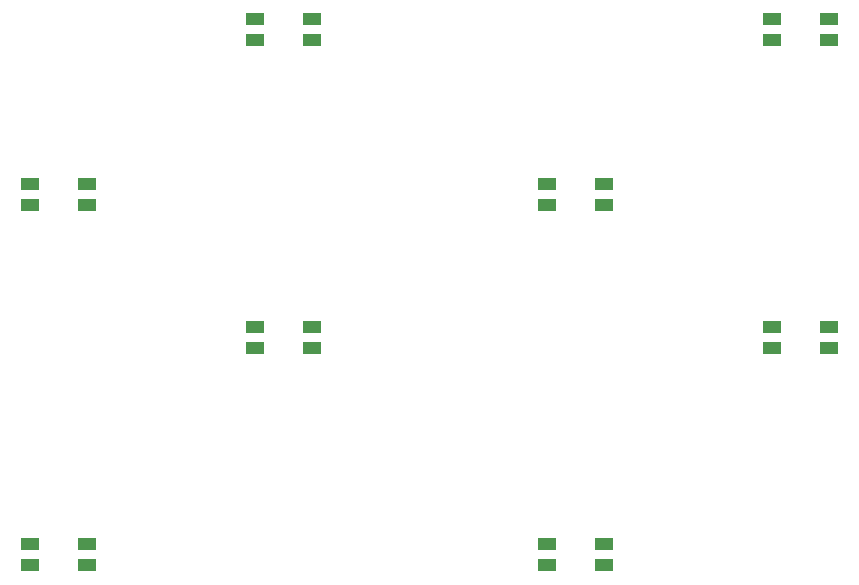
<source format=gbp>
G04 #@! TF.GenerationSoftware,KiCad,Pcbnew,5.0.2-bee76a0~70~ubuntu18.04.1*
G04 #@! TF.CreationDate,2019-07-24T01:50:04+09:00*
G04 #@! TF.ProjectId,shieldR,73686965-6c64-4522-9e6b-696361645f70,rev?*
G04 #@! TF.SameCoordinates,Original*
G04 #@! TF.FileFunction,Paste,Bot*
G04 #@! TF.FilePolarity,Positive*
%FSLAX46Y46*%
G04 Gerber Fmt 4.6, Leading zero omitted, Abs format (unit mm)*
G04 Created by KiCad (PCBNEW 5.0.2-bee76a0~70~ubuntu18.04.1) date 2019年07月24日 01時50分04秒*
%MOMM*%
%LPD*%
G01*
G04 APERTURE LIST*
%ADD10R,1.600000X1.000000*%
G04 APERTURE END LIST*
D10*
G04 #@! TO.C,L4*
X108090000Y-79615000D03*
X108090000Y-77865000D03*
X112890000Y-77865000D03*
X112890000Y-79615000D03*
G04 #@! TD*
G04 #@! TO.C,L2*
X69075000Y-49135000D03*
X69075000Y-47385000D03*
X64275000Y-47385000D03*
X64275000Y-49135000D03*
G04 #@! TD*
G04 #@! TO.C,L3*
X88125000Y-61200000D03*
X88125000Y-59450000D03*
X83325000Y-59450000D03*
X83325000Y-61200000D03*
G04 #@! TD*
G04 #@! TO.C,L1*
X127140000Y-35165000D03*
X127140000Y-33415000D03*
X131940000Y-33415000D03*
X131940000Y-35165000D03*
G04 #@! TD*
G04 #@! TO.C,L1*
X88125000Y-35165000D03*
X88125000Y-33415000D03*
X83325000Y-33415000D03*
X83325000Y-35165000D03*
G04 #@! TD*
G04 #@! TO.C,L3*
X127140000Y-61200000D03*
X127140000Y-59450000D03*
X131940000Y-59450000D03*
X131940000Y-61200000D03*
G04 #@! TD*
G04 #@! TO.C,L4*
X69075000Y-79615000D03*
X69075000Y-77865000D03*
X64275000Y-77865000D03*
X64275000Y-79615000D03*
G04 #@! TD*
G04 #@! TO.C,L2*
X108090000Y-49135000D03*
X108090000Y-47385000D03*
X112890000Y-47385000D03*
X112890000Y-49135000D03*
G04 #@! TD*
M02*

</source>
